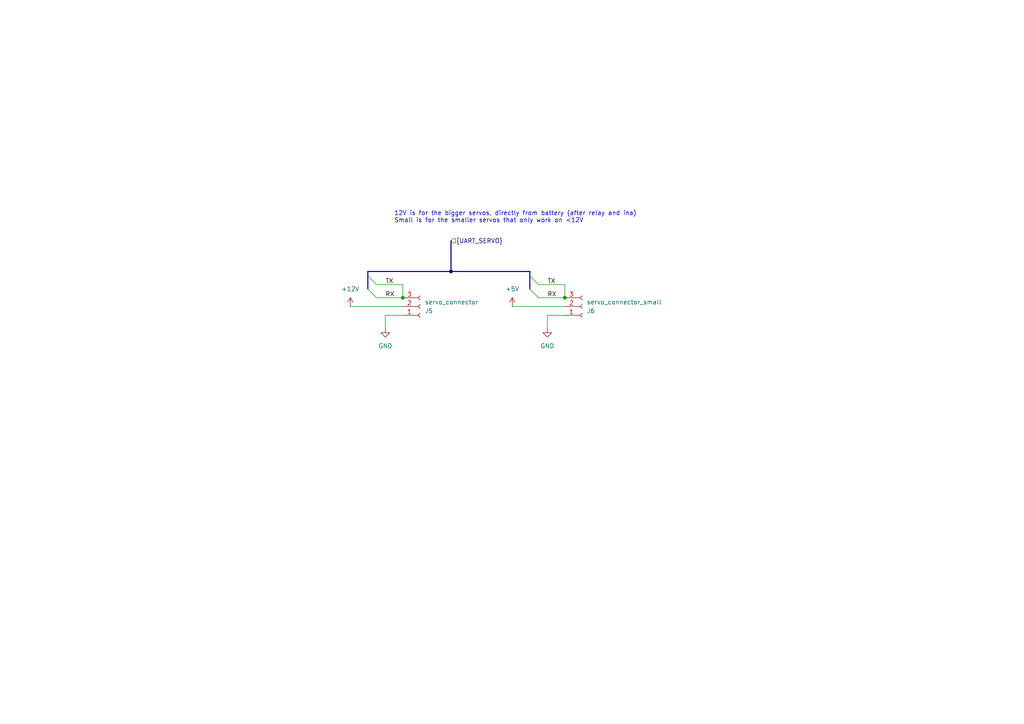
<source format=kicad_sch>
(kicad_sch (version 20230121) (generator eeschema)
  (paper "A4")
  (lib_symbols
    (symbol "Connector:Conn_01x03_Socket" (pin_names (offset 1.016) hide)
      (property "Reference" "J" (at 0 5.08 0))
      (property "Value" "Conn_01x03_Socket" (at 0 -5.08 0))
      (symbol "Conn_01x03_Socket_1_1"
        (arc (start 0 -2.032) (mid -0.5058 -2.54) (end 0 -3.048) (stroke (width 0.1524)))
        (polyline (pts (xy -1.27 -2.54) (xy -0.508 -2.54)) (stroke (width 0.1524)))
        (polyline (pts (xy -1.27 0) (xy -0.508 0)) (stroke (width 0.1524)))
        (polyline (pts (xy -1.27 2.54) (xy -0.508 2.54)) (stroke (width 0.1524)))
        (arc (start 0 0.508) (mid -0.5058 0) (end 0 -0.508) (stroke (width 0.1524)))
        (arc (start 0 3.048) (mid -0.5058 2.54) (end 0 2.032) (stroke (width 0.1524)))
        (pin passive line (at -5.08 2.54 0) (length 3.81) (name "Pin_1") (number "1"))
        (pin passive line (at -5.08 0 0) (length 3.81) (name "Pin_2") (number "2"))
        (pin passive line (at -5.08 -2.54 0) (length 3.81) (name "Pin_3") (number "3"))
      )
    )
    (symbol "power:+12V" (power) (pin_names (offset 0))
      (property "Value" "+12V" (at 0 3.556 0))
      (symbol "+12V_0_1"
        (polyline (pts (xy -0.762 1.27) (xy 0 2.54)))
        (polyline (pts (xy 0 0) (xy 0 2.54)))
        (polyline (pts (xy 0 2.54) (xy 0.762 1.27)))
      )
      (symbol "+12V_1_1"
        (pin power_in line (at 0 0 90) (length 0) hide (name "+12V") (number "1"))
      )
    )
    (symbol "power:+5V" (power) (pin_names (offset 0))
      (property "Value" "+5V" (at 0 3.556 0))
      (symbol "+5V_0_1"
        (polyline (pts (xy -0.762 1.27) (xy 0 2.54)))
        (polyline (pts (xy 0 0) (xy 0 2.54)))
        (polyline (pts (xy 0 2.54) (xy 0.762 1.27)))
      )
      (symbol "+5V_1_1"
        (pin power_in line (at 0 0 90) (length 0) hide (name "+5V") (number "1"))
      )
    )
    (symbol "power:GND" (power) (pin_names (offset 0))
      (property "Value" "GND" (at 0 -3.81 0))
      (symbol "GND_0_1"
        (polyline (pts (xy 0 0) (xy 0 -1.27) (xy 1.27 -1.27) (xy 0 -2.54) (xy -1.27 -1.27) (xy 0 -1.27)))
      )
      (symbol "GND_1_1"
        (pin power_in line (at 0 0 270) (length 0) hide (name "GND") (number "1"))
      )
    )
  )
  (bus_alias "UART_SERVO" (members "RX" "TX"))
  (junction (at 163.83 86.36))
  (junction (at 130.81 78.74))
  (junction (at 116.84 86.36))
  (bus_entry (at 106.68 80.01) (size 2.54 2.54))
  (bus_entry (at 106.68 83.82) (size 2.54 2.54))
  (bus_entry (at 153.67 80.01) (size 2.54 2.54))
  (bus_entry (at 153.67 83.82) (size 2.54 2.54))
  (wire (pts (xy 111.76 95.25) (xy 111.76 91.44)))
  (wire (pts (xy 156.21 86.36) (xy 163.83 86.36)))
  (wire (pts (xy 109.22 82.55) (xy 116.84 82.55)))
  (wire (pts (xy 116.84 82.55) (xy 116.84 86.36)))
  (wire (pts (xy 158.75 91.44) (xy 163.83 91.44)))
  (wire (pts (xy 109.22 86.36) (xy 116.84 86.36)))
  (wire (pts (xy 163.83 82.55) (xy 163.83 86.36)))
  (wire (pts (xy 111.76 91.44) (xy 116.84 91.44)))
  (wire (pts (xy 158.75 95.25) (xy 158.75 91.44)))
  (bus (pts (xy 153.67 78.74) (xy 153.67 80.01)))
  (bus (pts (xy 106.68 78.74) (xy 106.68 80.01)))
  (bus (pts (xy 106.68 78.74) (xy 130.81 78.74)))
  (wire (pts (xy 156.21 82.55) (xy 163.83 82.55)))
  (wire (pts (xy 101.6 88.9) (xy 116.84 88.9)))
  (bus (pts (xy 130.81 69.85) (xy 130.81 78.74)))
  (bus (pts (xy 153.67 80.01) (xy 153.67 83.82)))
  (wire (pts (xy 148.59 88.9) (xy 163.83 88.9)))
  (bus (pts (xy 130.81 78.74) (xy 153.67 78.74)))
  (bus (pts (xy 106.68 80.01) (xy 106.68 83.82)))
  (text "12V is for the bigger servos, directly from battery (after relay and ina)\nSmall is for the smaller servos that only work on <12V\n" (at 114.3 64.77 0) (effects (font (size 1.27 1.27)) (justify left bottom)))
  (label "TX" (at 158.75 82.55 0))
  (label "RX" (at 158.75 86.36 0))
  (label "RX" (at 111.76 86.36 0))
  (label "TX" (at 111.76 82.55 0))
  (hierarchical_label "{UART_SERVO}" (shape input) (at 130.81 69.85 0))
  (symbol (lib_id "power:GND") (at 158.75 95.25 0) (unit 1)
    (property "Reference" "#PWR016" (effects hide))
    (property "Value" "GND" (at 158.75 100.33 0))
  )
  (symbol (lib_id "Connector:Conn_01x03_Socket") (at 121.92 88.9 0) (mirror x) (unit 1)
    (property "Reference" "J5" (at 123.19 90.17 0) (effects (justify left)))
    (property "Value" "servo_connector" (at 123.19 87.63 0) (effects (justify left)))
    (property "Footprint" "Connector_JST:JST_PH_B3B-PH-K_1x03_P2.00mm_Vertical" (effects hide))
    (property "LCSC" "C131339" (effects hide))
  )
  (symbol (lib_id "power:+12V") (at 101.6 88.9 0) (unit 1)
    (property "Reference" "#PWR037" (effects hide))
    (property "Value" "+12V" (at 101.6 83.82 0))
  )
  (symbol (lib_id "Connector:Conn_01x03_Socket") (at 168.91 88.9 0) (mirror x) (unit 1)
    (property "Reference" "J6" (at 170.18 90.17 0) (effects (justify left)))
    (property "Value" "servo_connector_small" (at 170.18 87.63 0) (effects (justify left)))
    (property "Footprint" "Connector_JST:JST_PH_B3B-PH-K_1x03_P2.00mm_Vertical" (effects hide))
    (property "LCSC" "C131339" (effects hide))
  )
  (symbol (lib_id "power:GND") (at 111.76 95.25 0) (unit 1)
    (property "Reference" "#PWR014" (effects hide))
    (property "Value" "GND" (at 111.76 100.33 0))
  )
  (symbol (lib_id "power:+5V") (at 148.59 88.9 0) (unit 1)
    (property "Reference" "#PWR015" (effects hide))
    (property "Value" "+5V" (at 148.59 83.82 0))
  )
)
</source>
